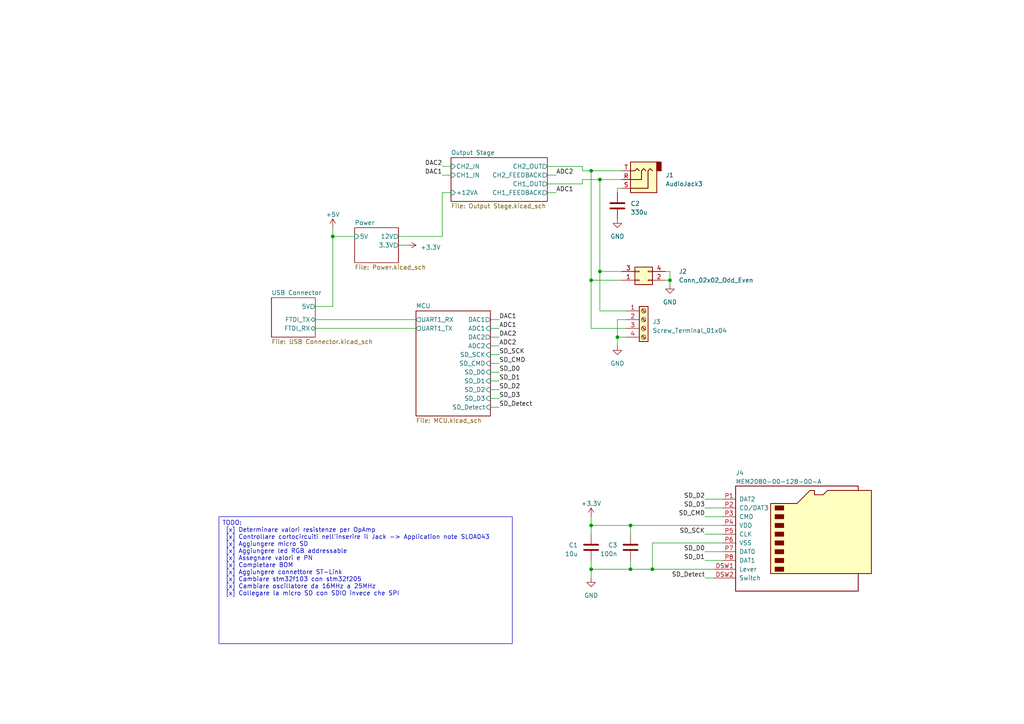
<source format=kicad_sch>
(kicad_sch (version 20230121) (generator eeschema)
  (paper "A4")
  (title_block (title "Signal Generator") (date "2023-02-28") (rev "2"))
  (lib_symbols
    (symbol "Connector:Screw_Terminal_01x04" (pin_names (offset 1.016) hide)
      (property "Reference" "J" (at 0 5.08 0))
      (property "Value" "Screw_Terminal_01x04" (at 0 -7.62 0))
      (symbol "Screw_Terminal_01x04_1_1"
        (rectangle (start -1.27 3.81) (end 1.27 -6.35) (stroke (width 0.254)) (fill (type background)))
        (circle (center 0 -5.08) (radius 0.635) (stroke (width 0.1524)))
        (circle (center 0 -2.54) (radius 0.635) (stroke (width 0.1524)))
        (polyline (pts (xy -0.5334 -4.7498) (xy 0.3302 -5.588)) (stroke (width 0.1524)))
        (polyline (pts (xy -0.5334 -2.2098) (xy 0.3302 -3.048)) (stroke (width 0.1524)))
        (polyline (pts (xy -0.5334 0.3302) (xy 0.3302 -0.508)) (stroke (width 0.1524)))
        (polyline (pts (xy -0.5334 2.8702) (xy 0.3302 2.032)) (stroke (width 0.1524)))
        (polyline (pts (xy -0.3556 -4.572) (xy 0.508 -5.4102)) (stroke (width 0.1524)))
        (polyline (pts (xy -0.3556 -2.032) (xy 0.508 -2.8702)) (stroke (width 0.1524)))
        (polyline (pts (xy -0.3556 0.508) (xy 0.508 -0.3302)) (stroke (width 0.1524)))
        (polyline (pts (xy -0.3556 3.048) (xy 0.508 2.2098)) (stroke (width 0.1524)))
        (circle (center 0 0) (radius 0.635) (stroke (width 0.1524)))
        (circle (center 0 2.54) (radius 0.635) (stroke (width 0.1524)))
        (pin passive line (at -5.08 2.54 0) (length 3.81) (name "Pin_1") (number "1"))
        (pin passive line (at -5.08 0 0) (length 3.81) (name "Pin_2") (number "2"))
        (pin passive line (at -5.08 -2.54 0) (length 3.81) (name "Pin_3") (number "3"))
        (pin passive line (at -5.08 -5.08 0) (length 3.81) (name "Pin_4") (number "4"))
      )
    )
    (symbol "Connector_Audio:AudioJack3"
      (property "Reference" "J" (at 0 8.89 0))
      (property "Value" "AudioJack3" (at 0 6.35 0))
      (symbol "AudioJack3_0_1"
        (rectangle (start -5.08 -5.08) (end -6.35 -2.54) (stroke (width 0.254)) (fill (type outline)))
        (polyline (pts (xy 0 -2.54) (xy 0.635 -3.175) (xy 1.27 -2.54) (xy 2.54 -2.54)) (stroke (width 0.254)))
        (polyline (pts (xy -1.905 -2.54) (xy -1.27 -3.175) (xy -0.635 -2.54) (xy -0.635 0) (xy 2.54 0)) (stroke (width 0.254)))
        (polyline (pts (xy 2.54 2.54) (xy -2.54 2.54) (xy -2.54 -2.54) (xy -3.175 -3.175) (xy -3.81 -2.54)) (stroke (width 0.254)))
        (rectangle (start 2.54 3.81) (end -5.08 -5.08) (stroke (width 0.254)) (fill (type background)))
      )
      (symbol "AudioJack3_1_1"
        (pin passive line (at 5.08 0 180) (length 2.54) (name "~") (number "R"))
        (pin passive line (at 5.08 2.54 180) (length 2.54) (name "~") (number "S"))
        (pin passive line (at 5.08 -2.54 180) (length 2.54) (name "~") (number "T"))
      )
    )
    (symbol "Connector_Generic:Conn_02x02_Odd_Even" (pin_names (offset 1.016) hide)
      (property "Reference" "J" (at 1.27 2.54 0))
      (property "Value" "Conn_02x02_Odd_Even" (at 1.27 -5.08 0))
      (symbol "Conn_02x02_Odd_Even_1_1"
        (rectangle (start -1.27 -2.413) (end 0 -2.667) (stroke (width 0.1524)))
        (rectangle (start -1.27 0.127) (end 0 -0.127) (stroke (width 0.1524)))
        (rectangle (start -1.27 1.27) (end 3.81 -3.81) (stroke (width 0.254)) (fill (type background)))
        (rectangle (start 3.81 -2.413) (end 2.54 -2.667) (stroke (width 0.1524)))
        (rectangle (start 3.81 0.127) (end 2.54 -0.127) (stroke (width 0.1524)))
        (pin passive line (at -5.08 0 0) (length 3.81) (name "Pin_1") (number "1"))
        (pin passive line (at 7.62 0 180) (length 3.81) (name "Pin_2") (number "2"))
        (pin passive line (at -5.08 -2.54 0) (length 3.81) (name "Pin_3") (number "3"))
        (pin passive line (at 7.62 -2.54 180) (length 3.81) (name "Pin_4") (number "4"))
      )
    )
    (symbol "Device:C" (pin_numbers hide) (pin_names (offset 0.254))
      (property "Reference" "C" (at 0.635 2.54 0))
      (property "Value" "C" (at 0.635 -2.54 0))
      (symbol "C_0_1"
        (polyline (pts (xy -2.032 -0.762) (xy 2.032 -0.762)) (stroke (width 0.508)))
        (polyline (pts (xy -2.032 0.762) (xy 2.032 0.762)) (stroke (width 0.508)))
      )
      (symbol "C_1_1"
        (pin passive line (at 0 3.81 270) (length 2.794) (name "~") (number "1"))
        (pin passive line (at 0 -3.81 90) (length 2.794) (name "~") (number "2"))
      )
    )
    (symbol "Signal Generator Components:MEM2080-00-128-00-A" (pin_names (offset 1.016))
      (property "Reference" "J?" (at -16.51 15.24 0))
      (property "Value" "MEM2080-00-128-00-A" (at -19.05 -19.05 0))
      (symbol "MEM2080-00-128-00-A_0_1"
        (rectangle (start -7.62 -9.525) (end -5.08 -10.795) (fill (type outline)))
        (rectangle (start -7.62 -6.985) (end -5.08 -8.255) (fill (type outline)))
        (rectangle (start -7.62 -4.445) (end -5.08 -5.715) (fill (type outline)))
        (rectangle (start -7.62 -1.905) (end -5.08 -3.175) (fill (type outline)))
        (rectangle (start -7.62 0.635) (end -5.08 -0.635) (fill (type outline)))
        (rectangle (start -7.62 3.175) (end -5.08 1.905) (fill (type outline)))
        (rectangle (start -7.62 5.715) (end -5.08 4.445) (fill (type outline)))
        (rectangle (start -7.62 8.255) (end -5.08 6.985) (fill (type outline)))
        (polyline (pts (xy 16.51 12.7) (xy 16.51 13.97) (xy -19.05 13.97) (xy -19.05 -16.51) (xy 16.51 -16.51) (xy 16.51 -11.43)) (stroke (width 0.254)))
        (polyline (pts (xy -8.89 -11.43) (xy -8.89 8.89) (xy -1.27 8.89) (xy 2.54 12.7) (xy 3.81 12.7) (xy 3.81 11.43) (xy 6.35 11.43) (xy 7.62 12.7) (xy 20.32 12.7) (xy 20.32 -11.43) (xy -8.89 -11.43)) (stroke (width 0.254)) (fill (type background)))
      )
      (symbol "MEM2080-00-128-00-A_1_1"
        (pin power_in line (at -25.4 -10.16 0) (length 6.35) (name "Lever") (number "DSW1"))
        (pin output line (at -25.4 -12.7 0) (length 6.35) (name "Switch") (number "DSW2"))
        (pin bidirectional line (at -22.86 10.16 0) (length 3.81) (name "DAT2") (number "P1"))
        (pin bidirectional line (at -22.86 7.62 0) (length 3.81) (name "CD/DAT3") (number "P2"))
        (pin input line (at -22.86 5.08 0) (length 3.81) (name "CMD") (number "P3"))
        (pin power_in line (at -22.86 2.54 0) (length 3.81) (name "VDD") (number "P4"))
        (pin input line (at -22.86 0 0) (length 3.81) (name "CLK") (number "P5"))
        (pin power_in line (at -22.86 -2.54 0) (length 3.81) (name "VSS") (number "P6"))
        (pin bidirectional line (at -22.86 -5.08 0) (length 3.81) (name "DAT0") (number "P7"))
        (pin bidirectional line (at -22.86 -7.62 0) (length 3.81) (name "DAT1") (number "P8"))
      )
    )
    (symbol "power:+3.3V" (power) (pin_names (offset 0))
      (property "Value" "+3.3V" (at 0 3.556 0))
      (symbol "+3.3V_0_1"
        (polyline (pts (xy -0.762 1.27) (xy 0 2.54)))
        (polyline (pts (xy 0 0) (xy 0 2.54)))
        (polyline (pts (xy 0 2.54) (xy 0.762 1.27)))
      )
      (symbol "+3.3V_1_1"
        (pin power_in line (at 0 0 90) (length 0) hide (name "+3.3V") (number "1"))
      )
    )
    (symbol "power:+5V" (power) (pin_names (offset 0))
      (property "Value" "+5V" (at 0 3.556 0))
      (symbol "+5V_0_1"
        (polyline (pts (xy -0.762 1.27) (xy 0 2.54)))
        (polyline (pts (xy 0 0) (xy 0 2.54)))
        (polyline (pts (xy 0 2.54) (xy 0.762 1.27)))
      )
      (symbol "+5V_1_1"
        (pin power_in line (at 0 0 90) (length 0) hide (name "+5V") (number "1"))
      )
    )
    (symbol "power:GND" (power) (pin_names (offset 0))
      (property "Value" "GND" (at 0 -3.81 0))
      (symbol "GND_0_1"
        (polyline (pts (xy 0 0) (xy 0 -1.27) (xy 1.27 -1.27) (xy 0 -2.54) (xy -1.27 -1.27) (xy 0 -1.27)))
      )
      (symbol "GND_1_1"
        (pin power_in line (at 0 0 270) (length 0) hide (name "GND") (number "1"))
      )
    )
  )
  (junction (at 173.99 52.07))
  (junction (at 194.31 81.28))
  (junction (at 189.23 165.1))
  (junction (at 96.52 68.58))
  (junction (at 182.88 152.4))
  (junction (at 171.45 49.53))
  (junction (at 179.07 97.79))
  (junction (at 182.88 165.1))
  (junction (at 171.45 152.4))
  (junction (at 171.45 165.1))
  (junction (at 171.45 81.28))
  (junction (at 173.99 78.74))
  (wire (pts (xy 173.99 52.07) (xy 180.34 52.07)))
  (wire (pts (xy 179.07 100.33) (xy 179.07 97.79)))
  (wire (pts (xy 204.47 147.32) (xy 209.55 147.32)))
  (wire (pts (xy 158.75 53.34) (xy 168.91 53.34)))
  (wire (pts (xy 128.27 68.58) (xy 128.27 55.88)))
  (wire (pts (xy 194.31 82.55) (xy 194.31 81.28)))
  (wire (pts (xy 158.75 48.26) (xy 168.91 48.26)))
  (wire (pts (xy 204.47 144.78) (xy 209.55 144.78)))
  (wire (pts (xy 182.88 165.1) (xy 189.23 165.1)))
  (wire (pts (xy 182.88 154.94) (xy 182.88 152.4)))
  (wire (pts (xy 115.57 68.58) (xy 128.27 68.58)))
  (wire (pts (xy 209.55 157.48) (xy 189.23 157.48)))
  (wire (pts (xy 168.91 53.34) (xy 168.91 52.07)))
  (wire (pts (xy 182.88 152.4) (xy 209.55 152.4)))
  (wire (pts (xy 194.31 81.28) (xy 193.04 81.28)))
  (wire (pts (xy 181.61 95.25) (xy 171.45 95.25)))
  (wire (pts (xy 128.27 50.8) (xy 130.81 50.8)))
  (wire (pts (xy 180.34 78.74) (xy 173.99 78.74)))
  (wire (pts (xy 142.24 115.57) (xy 144.78 115.57)))
  (wire (pts (xy 91.44 88.9) (xy 96.52 88.9)))
  (wire (pts (xy 128.27 55.88) (xy 130.81 55.88)))
  (wire (pts (xy 96.52 68.58) (xy 102.87 68.58)))
  (wire (pts (xy 182.88 162.56) (xy 182.88 165.1)))
  (wire (pts (xy 171.45 149.86) (xy 171.45 152.4)))
  (wire (pts (xy 171.45 162.56) (xy 171.45 165.1)))
  (wire (pts (xy 171.45 152.4) (xy 182.88 152.4)))
  (wire (pts (xy 142.24 107.95) (xy 144.78 107.95)))
  (wire (pts (xy 189.23 165.1) (xy 207.01 165.1)))
  (wire (pts (xy 158.75 55.88) (xy 161.29 55.88)))
  (wire (pts (xy 142.24 95.25) (xy 144.78 95.25)))
  (wire (pts (xy 179.07 92.71) (xy 179.07 97.79)))
  (wire (pts (xy 193.04 78.74) (xy 194.31 78.74)))
  (wire (pts (xy 179.07 55.88) (xy 179.07 54.61)))
  (wire (pts (xy 142.24 100.33) (xy 144.78 100.33)))
  (wire (pts (xy 91.44 95.25) (xy 120.65 95.25)))
  (wire (pts (xy 115.57 71.12) (xy 118.11 71.12)))
  (wire (pts (xy 142.24 102.87) (xy 144.78 102.87)))
  (wire (pts (xy 194.31 78.74) (xy 194.31 81.28)))
  (wire (pts (xy 171.45 165.1) (xy 171.45 167.64)))
  (wire (pts (xy 142.24 97.79) (xy 144.78 97.79)))
  (wire (pts (xy 158.75 50.8) (xy 161.29 50.8)))
  (wire (pts (xy 189.23 157.48) (xy 189.23 165.1)))
  (wire (pts (xy 204.47 167.64) (xy 207.01 167.64)))
  (wire (pts (xy 171.45 152.4) (xy 171.45 154.94)))
  (wire (pts (xy 142.24 110.49) (xy 144.78 110.49)))
  (wire (pts (xy 173.99 90.17) (xy 173.99 78.74)))
  (wire (pts (xy 168.91 49.53) (xy 171.45 49.53)))
  (wire (pts (xy 171.45 95.25) (xy 171.45 81.28)))
  (wire (pts (xy 142.24 105.41) (xy 144.78 105.41)))
  (wire (pts (xy 204.47 162.56) (xy 209.55 162.56)))
  (wire (pts (xy 142.24 113.03) (xy 144.78 113.03)))
  (wire (pts (xy 204.47 160.02) (xy 209.55 160.02)))
  (wire (pts (xy 181.61 92.71) (xy 179.07 92.71)))
  (wire (pts (xy 142.24 92.71) (xy 144.78 92.71)))
  (wire (pts (xy 168.91 52.07) (xy 173.99 52.07)))
  (wire (pts (xy 179.07 97.79) (xy 181.61 97.79)))
  (wire (pts (xy 96.52 68.58) (xy 96.52 88.9)))
  (wire (pts (xy 171.45 49.53) (xy 180.34 49.53)))
  (wire (pts (xy 96.52 66.04) (xy 96.52 68.58)))
  (wire (pts (xy 171.45 49.53) (xy 171.45 81.28)))
  (wire (pts (xy 180.34 81.28) (xy 171.45 81.28)))
  (wire (pts (xy 128.27 48.26) (xy 130.81 48.26)))
  (wire (pts (xy 173.99 52.07) (xy 173.99 78.74)))
  (wire (pts (xy 179.07 54.61) (xy 180.34 54.61)))
  (wire (pts (xy 142.24 118.11) (xy 144.78 118.11)))
  (wire (pts (xy 204.47 154.94) (xy 209.55 154.94)))
  (wire (pts (xy 171.45 165.1) (xy 182.88 165.1)))
  (wire (pts (xy 204.47 149.86) (xy 209.55 149.86)))
  (wire (pts (xy 91.44 92.71) (xy 120.65 92.71)))
  (wire (pts (xy 181.61 90.17) (xy 173.99 90.17)))
  (wire (pts (xy 168.91 48.26) (xy 168.91 49.53)))
  (text_box "TODO:\n [x] Determinare valori resistenze per OpAmp\n [x] Controllare cortocircuiti nell'inserire il Jack -> Application note SLOA043\n [x] Aggiungere micro SD\n [x] Aggiungere led RGB addressable\n [x] Assegnare valori e PN\n [x] Completare BOM\n [x] Aggiungere connettore ST-Link\n [x] Cambiare stm32f103 con stm32f205\n [x] Cambiare oscillatore da 16MHz a 25MHz\n [x] Collegare la micro SD con SDIO invece che SPI" (at 63.5 149.86 0) (size 85.09 36.83) (effects (font (size 1.27 1.27)) (justify left top)))
  (label "SD_Detect" (at 204.47 167.64 180))
  (label "DAC2" (at 144.78 97.79 0))
  (label "ADC2" (at 144.78 100.33 0))
  (label "SD_D2" (at 144.78 113.03 0))
  (label "SD_Detect" (at 144.78 118.11 0))
  (label "SD_CMD" (at 144.78 105.41 0))
  (label "SD_CMD" (at 204.47 149.86 180))
  (label "SD_D2" (at 204.47 144.78 180))
  (label "SD_D1" (at 144.78 110.49 0))
  (label "SD_SCK" (at 144.78 102.87 0))
  (label "SD_SCK" (at 204.47 154.94 180))
  (label "SD_D1" (at 204.47 162.56 180))
  (label "SD_D3" (at 144.78 115.57 0))
  (label "DAC1" (at 144.78 92.71 0))
  (label "DAC1" (at 128.27 50.8 180))
  (label "ADC1" (at 144.78 95.25 0))
  (label "SD_D3" (at 204.47 147.32 180))
  (label "DAC2" (at 128.27 48.26 180))
  (label "ADC1" (at 161.29 55.88 0))
  (label "ADC2" (at 161.29 50.8 0))
  (label "SD_D0" (at 144.78 107.95 0))
  (label "SD_D0" (at 204.47 160.02 180))
  (symbol (lib_id "Connector:Screw_Terminal_01x04") (at 186.69 92.71 0) (unit 1)
    (property "Reference" "J3" (at 189.23 93.345 0) (effects (justify left)))
    (property "Value" "Screw_Terminal_01x04" (at 189.23 95.885 0) (effects (justify left)))
    (property "Footprint" "TerminalBlock_Phoenix:TerminalBlock_Phoenix_MPT-0,5-4-2.54_1x04_P2.54mm_Horizontal" (effects hide))
    (property "PN" "1725672" (effects hide))
  )
  (symbol (lib_id "Signal Generator Components:MEM2080-00-128-00-A") (at 232.41 154.94 0) (unit 1)
    (property "Reference" "J4" (at 213.36 137.16 0) (effects (justify left)))
    (property "Value" "MEM2080-00-128-00-A" (at 213.36 139.7 0) (effects (justify left)))
    (property "Footprint" "Signal Generator Components:MEM2080-00-128-00-A" (effects hide))
    (property "Datasheet" "https://gct.co/files/drawings/mem2080.pdf" (effects hide))
    (property "PN" "MEM2080-00-128-00-A" (effects hide))
  )
  (symbol (lib_id "power:GND") (at 194.31 82.55 0) (unit 1)
    (property "Reference" "#PWR07" (effects hide))
    (property "Value" "GND" (at 194.31 87.63 0))
  )
  (symbol (lib_id "Device:C") (at 182.88 158.75 0) (unit 1)
    (property "Reference" "C3" (at 179.07 158.115 0) (effects (justify right)))
    (property "Value" "100n" (at 179.07 160.655 0) (effects (justify right)))
    (property "Footprint" "Capacitor_SMD:C_0603_1608Metric" (effects hide))
    (property "PN" "GCM188R71H104KA57J" (effects hide))
  )
  (symbol (lib_id "power:GND") (at 179.07 100.33 0) (unit 1)
    (property "Reference" "#PWR06" (effects hide))
    (property "Value" "GND" (at 179.07 105.41 0))
  )
  (symbol (lib_id "power:+5V") (at 96.52 66.04 0) (unit 1)
    (property "Reference" "#PWR01" (effects hide))
    (property "Value" "+5V" (at 96.52 62.23 0))
  )
  (symbol (lib_id "power:GND") (at 171.45 167.64 0) (unit 1)
    (property "Reference" "#PWR04" (effects hide))
    (property "Value" "GND" (at 171.45 172.72 0))
  )
  (symbol (lib_id "power:+3.3V") (at 171.45 149.86 0) (unit 1)
    (property "Reference" "#PWR03" (effects hide))
    (property "Value" "+3.3V" (at 171.45 146.05 0))
  )
  (symbol (lib_id "power:+3.3V") (at 118.11 71.12 270) (unit 1)
    (property "Reference" "#PWR02" (effects hide))
    (property "Value" "+3.3V" (at 121.92 71.755 90) (effects (justify left)))
  )
  (symbol (lib_id "Device:C") (at 179.07 59.69 0) (unit 1)
    (property "Reference" "C2" (at 182.88 59.055 0) (effects (justify left)))
    (property "Value" "330u" (at 182.88 61.595 0) (effects (justify left)))
    (property "Footprint" "Signal Generator Components:WCAP-PSHP" (effects hide))
    (property "PN" "10SVPC330M" (effects hide))
  )
  (symbol (lib_id "power:GND") (at 179.07 63.5 0) (unit 1)
    (property "Reference" "#PWR05" (effects hide))
    (property "Value" "GND" (at 179.07 68.58 0))
  )
  (symbol (lib_id "Connector_Audio:AudioJack3") (at 185.42 52.07 180) (unit 1)
    (property "Reference" "J1" (at 193.04 50.8 0) (effects (justify right)))
    (property "Value" "AudioJack3" (at 193.04 53.34 0) (effects (justify right)))
    (property "Footprint" "Signal Generator Components:SJ-3523-SMT-TR" (effects hide))
    (property "PN" "SJ-3523-SMT-TR" (effects hide))
  )
  (symbol (lib_id "Device:C") (at 171.45 158.75 0) (unit 1)
    (property "Reference" "C1" (at 167.64 158.115 0) (effects (justify right)))
    (property "Value" "10u" (at 167.64 160.655 0) (effects (justify right)))
    (property "Footprint" "Capacitor_SMD:C_0603_1608Metric" (effects hide))
    (property "PN" "GRM188D71A106KA73D" (effects hide))
  )
  (symbol (lib_id "Connector_Generic:Conn_02x02_Odd_Even") (at 185.42 81.28 0) (mirror x) (unit 1)
    (property "Reference" "J2" (at 196.85 78.74 0) (effects (justify left)))
    (property "Value" "Conn_02x02_Odd_Even" (at 196.85 81.28 0) (effects (justify left)))
    (property "Footprint" "Connector_PinHeader_2.54mm:PinHeader_2x02_P2.54mm_Horizontal" (effects hide))
    (property "PN" "10129382-904001BLF" (effects hide))
  )
  (sheet (at 102.87 66.04) (size 12.7 10.16) (stroke (width 0.1524))
    (property "Sheetname" "Power" (at 102.87 65.3284 0) (effects (justify left bottom)))
    (property "Sheetfile" "Power.kicad_sch" (at 102.87 76.7846 0) (effects (justify left top)))
    (pin "5V" input (at 102.87 68.58 180))
    (pin "12V" output (at 115.57 68.58 0))
    (pin "3.3V" output (at 115.57 71.12 0))
  )
  (sheet (at 78.74 86.36) (size 12.7 11.43) (stroke (width 0.1524))
    (property "Sheetname" "USB Connector" (at 78.74 85.6484 0) (effects (justify left bottom)))
    (property "Sheetfile" "USB Connector.kicad_sch" (at 78.74 98.3746 0) (effects (justify left top)))
    (pin "5V" output (at 91.44 88.9 0))
    (pin "FTDI_TX" bidirectional (at 91.44 92.71 0))
    (pin "FTDI_RX" bidirectional (at 91.44 95.25 0))
  )
  (sheet (at 130.81 45.72) (size 27.94 12.7) (stroke (width 0.1524))
    (property "Sheetname" "Output Stage" (at 130.81 45.0084 0) (effects (justify left bottom)))
    (property "Sheetfile" "Output Stage.kicad_sch" (at 130.81 59.0046 0) (effects (justify left top)))
    (pin "CH2_OUT" output (at 158.75 48.26 0))
    (pin "CH2_FEEDBACK" output (at 158.75 50.8 0))
    (pin "CH2_IN" input (at 130.81 48.26 180))
    (pin "CH1_FEEDBACK" output (at 158.75 55.88 0))
    (pin "CH1_OUT" output (at 158.75 53.34 0))
    (pin "CH1_IN" input (at 130.81 50.8 180))
    (pin "+12VA" input (at 130.81 55.88 180))
  )
  (sheet (at 120.65 90.17) (size 21.59 30.48) (stroke (width 0.1524))
    (property "Sheetname" "MCU" (at 120.65 89.4584 0) (effects (justify left bottom)))
    (property "Sheetfile" "MCU.kicad_sch" (at 120.65 121.2346 0) (effects (justify left top)))
    (pin "UART1_TX" output (at 120.65 95.25 180))
    (pin "UART1_RX" output (at 120.65 92.71 180))
    (pin "ADC1" input (at 142.24 95.25 0))
    (pin "DAC1" output (at 142.24 92.71 0))
    (pin "ADC2" input (at 142.24 100.33 0))
    (pin "DAC2" output (at 142.24 97.79 0))
    (pin "SD_Detect" input (at 142.24 118.11 0))
    (pin "SD_CMD" input (at 142.24 105.41 0))
    (pin "SD_D3" input (at 142.24 115.57 0))
    (pin "SD_SCK" input (at 142.24 102.87 0))
    (pin "SD_D2" input (at 142.24 113.03 0))
    (pin "SD_D1" input (at 142.24 110.49 0))
    (pin "SD_D0" input (at 142.24 107.95 0))
  )
)
</source>
